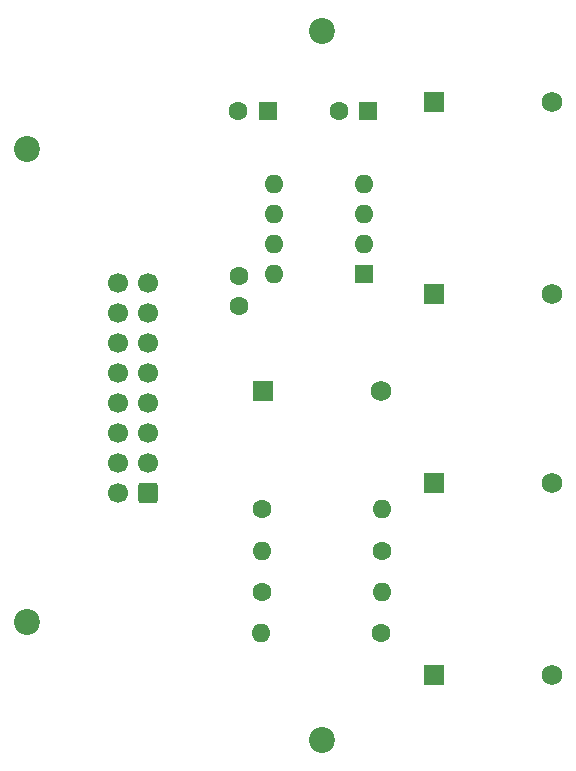
<source format=gbr>
%TF.GenerationSoftware,KiCad,Pcbnew,8.0.0*%
%TF.CreationDate,2024-04-24T16:24:05-05:00*%
%TF.ProjectId,UltrasonicPhasedArrayModule,556c7472-6173-46f6-9e69-635068617365,rev?*%
%TF.SameCoordinates,Original*%
%TF.FileFunction,Soldermask,Top*%
%TF.FilePolarity,Negative*%
%FSLAX46Y46*%
G04 Gerber Fmt 4.6, Leading zero omitted, Abs format (unit mm)*
G04 Created by KiCad (PCBNEW 8.0.0) date 2024-04-24 16:24:05*
%MOMM*%
%LPD*%
G01*
G04 APERTURE LIST*
G04 Aperture macros list*
%AMRoundRect*
0 Rectangle with rounded corners*
0 $1 Rounding radius*
0 $2 $3 $4 $5 $6 $7 $8 $9 X,Y pos of 4 corners*
0 Add a 4 corners polygon primitive as box body*
4,1,4,$2,$3,$4,$5,$6,$7,$8,$9,$2,$3,0*
0 Add four circle primitives for the rounded corners*
1,1,$1+$1,$2,$3*
1,1,$1+$1,$4,$5*
1,1,$1+$1,$6,$7*
1,1,$1+$1,$8,$9*
0 Add four rect primitives between the rounded corners*
20,1,$1+$1,$2,$3,$4,$5,0*
20,1,$1+$1,$4,$5,$6,$7,0*
20,1,$1+$1,$6,$7,$8,$9,0*
20,1,$1+$1,$8,$9,$2,$3,0*%
G04 Aperture macros list end*
%ADD10C,2.200000*%
%ADD11R,1.600000X1.600000*%
%ADD12C,1.600000*%
%ADD13O,1.600000X1.600000*%
%ADD14RoundRect,0.250000X0.600000X0.600000X-0.600000X0.600000X-0.600000X-0.600000X0.600000X-0.600000X0*%
%ADD15C,1.700000*%
%ADD16R,1.750000X1.750000*%
%ADD17C,1.750000*%
G04 APERTURE END LIST*
D10*
%TO.C,REF\u002A\u002A*%
X150000000Y-45000000D03*
%TD*%
D11*
%TO.C,C3*%
X153910225Y-51749999D03*
D12*
X151410225Y-51749999D03*
%TD*%
D10*
%TO.C,REF\u002A\u002A*%
X125000000Y-55000000D03*
%TD*%
D12*
%TO.C,R1*%
X144920000Y-85500000D03*
D13*
X155080000Y-85500000D03*
%TD*%
D14*
%TO.C,J1*%
X135250000Y-84080000D03*
D15*
X132710000Y-84080000D03*
X135250000Y-81540000D03*
X132710000Y-81540000D03*
X135250000Y-79000000D03*
X132710000Y-79000000D03*
X135250000Y-76460000D03*
X132710000Y-76460000D03*
X135250000Y-73920000D03*
X132710000Y-73920000D03*
X135250000Y-71380000D03*
X132710000Y-71380000D03*
X135250000Y-68840000D03*
X132710000Y-68840000D03*
X135250000Y-66300000D03*
X132710000Y-66300000D03*
%TD*%
D12*
%TO.C,R2*%
X155080000Y-89000000D03*
D13*
X144920000Y-89000000D03*
%TD*%
D12*
%TO.C,C2*%
X143000000Y-65750000D03*
X143000000Y-68250000D03*
%TD*%
%TO.C,R3*%
X144920000Y-92500000D03*
D13*
X155080000Y-92500000D03*
%TD*%
D10*
%TO.C,REF\u002A\u002A*%
X150000000Y-105000000D03*
%TD*%
%TO.C,REF\u002A\u002A*%
X125000000Y-95000000D03*
%TD*%
D12*
%TO.C,R4*%
X155000000Y-96000000D03*
D13*
X144840000Y-96000000D03*
%TD*%
D11*
%TO.C,U1*%
X153550000Y-65550000D03*
D13*
X153550000Y-63010000D03*
X153550000Y-60470000D03*
X153550000Y-57930000D03*
X145930000Y-57930000D03*
X145930000Y-60470000D03*
X145930000Y-63010000D03*
X145930000Y-65550000D03*
%TD*%
D11*
%TO.C,C1*%
X145402651Y-51750000D03*
D12*
X142902651Y-51750000D03*
%TD*%
D16*
%TO.C,LS2*%
X159500000Y-83250000D03*
D17*
X169500000Y-83250000D03*
%TD*%
D16*
%TO.C,LS3*%
X159500000Y-67250000D03*
D17*
X169500000Y-67250000D03*
%TD*%
D16*
%TO.C,Receiver 0*%
X145000000Y-75500000D03*
D17*
X155000000Y-75500000D03*
%TD*%
D16*
%TO.C,LS4*%
X159500000Y-51000000D03*
D17*
X169500000Y-51000000D03*
%TD*%
D16*
%TO.C,LS1*%
X159500000Y-99500000D03*
D17*
X169500000Y-99500000D03*
%TD*%
M02*

</source>
